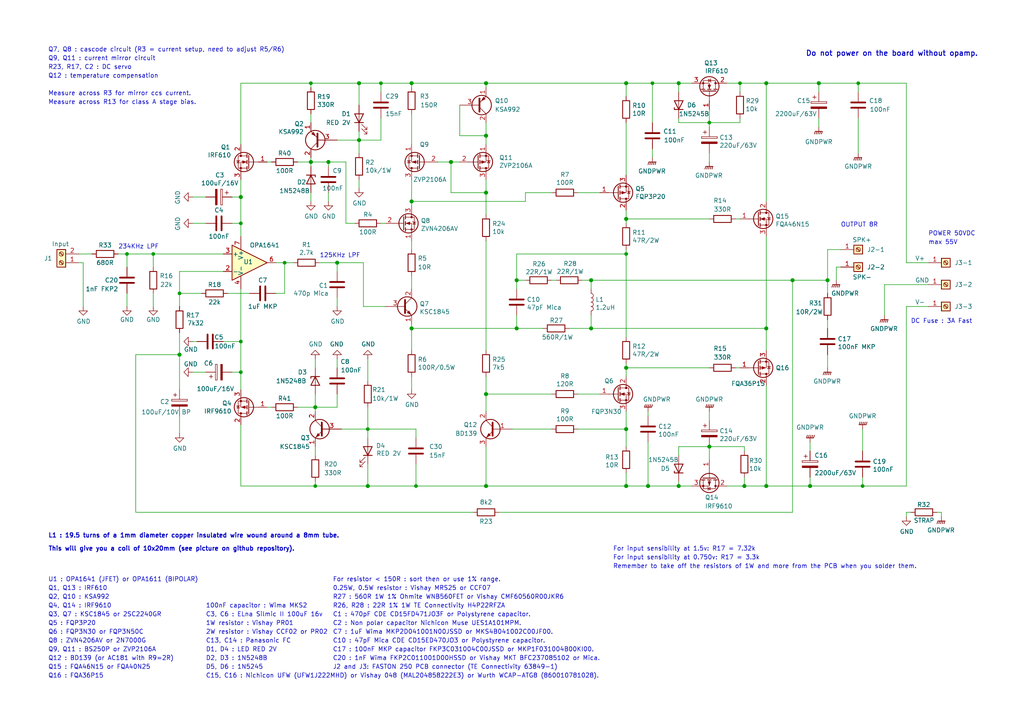
<source format=kicad_sch>
(kicad_sch (version 20211123) (generator eeschema)
  (paper "A4")
  (title_block (title "Q17-Mini Amplifier") (date "2022-08-23") (rev "1.3.7") (company "by eng. Tiberiu Vicol") (comment 1 "Modified by Stef for the Q17-Mini project") (comment 4 "Q17 a QUAD405 audiophile approach"))
  (junction (at 130.81 46.99) (diameter 1.016))
  (junction (at 187.96 140.97) (diameter 1.016))
  (junction (at 106.68 124.46))
  (junction (at 91.44 140.97))
  (junction (at 215.9 140.97) (diameter 1.016))
  (junction (at 91.44 118.11) (diameter 1.016))
  (junction (at 52.07 102.87) (diameter 1.016))
  (junction (at 205.74 35.56))
  (junction (at 149.86 95.25) (diameter 1.016))
  (junction (at 237.49 24.13) (diameter 1.016))
  (junction (at 196.85 24.13) (diameter 1.016))
  (junction (at 36.83 73.66))
  (junction (at 140.97 140.97) (diameter 1.016))
  (junction (at 196.85 140.97) (diameter 1.016))
  (junction (at 222.25 140.97) (diameter 1.016))
  (junction (at 110.49 24.13))
  (junction (at 90.17 46.99) (diameter 1.016))
  (junction (at 140.97 39.37) (diameter 1.016))
  (junction (at 250.19 140.97))
  (junction (at 52.07 85.09))
  (junction (at 120.65 140.97))
  (junction (at 234.95 140.97) (diameter 1.016))
  (junction (at 181.61 63.5) (diameter 1.016))
  (junction (at 240.03 81.28) (diameter 1.016))
  (junction (at 171.45 81.28) (diameter 1.016))
  (junction (at 95.25 46.99) (diameter 1.016))
  (junction (at 69.85 107.95))
  (junction (at 119.38 95.25) (diameter 1.016))
  (junction (at 69.85 57.15) (diameter 1.016))
  (junction (at 119.38 24.13) (diameter 1.016))
  (junction (at 97.79 76.2) (diameter 1.016))
  (junction (at 119.38 58.42) (diameter 1.016))
  (junction (at 149.86 81.28) (diameter 1.016))
  (junction (at 229.87 81.28) (diameter 1.016))
  (junction (at 248.92 24.13))
  (junction (at 82.55 76.2))
  (junction (at 205.74 129.54) (diameter 1.016))
  (junction (at 189.23 24.13))
  (junction (at 171.45 95.25) (diameter 1.016))
  (junction (at 222.25 24.13) (diameter 1.016))
  (junction (at 140.97 55.88) (diameter 1.016))
  (junction (at 214.63 24.13))
  (junction (at 106.68 140.97) (diameter 1.016))
  (junction (at 140.97 24.13) (diameter 1.016))
  (junction (at 181.61 140.97) (diameter 1.016))
  (junction (at 44.45 73.66))
  (junction (at 181.61 124.46) (diameter 1.016))
  (junction (at 104.14 24.13) (diameter 1.016))
  (junction (at 222.25 95.25) (diameter 1.016))
  (junction (at 140.97 114.3) (diameter 1.016))
  (junction (at 181.61 106.68) (diameter 1.016))
  (junction (at 181.61 73.66))
  (junction (at 104.14 40.64) (diameter 1.016))
  (junction (at 69.85 64.77))
  (junction (at 69.85 99.06))
  (junction (at 90.17 24.13))
  (junction (at 181.61 24.13) (diameter 1.016))
  (wire (pts (xy 110.49 40.64) (xy 104.14 40.64)))
  (wire (pts (xy 140.97 55.88) (xy 140.97 62.23)))
  (wire (pts (xy 181.61 72.39) (xy 181.61 73.66)))
  (wire (pts (xy 104.14 40.64) (xy 104.14 38.1)))
  (wire (pts (xy 97.79 40.64) (xy 104.14 40.64)))
  (wire (pts (xy 140.97 24.13) (xy 181.61 24.13)))
  (wire (pts (xy 140.97 24.13) (xy 119.38 24.13)))
  (wire (pts (xy 215.9 130.81) (xy 215.9 129.54)))
  (wire (pts (xy 215.9 129.54) (xy 205.74 129.54)))
  (wire (pts (xy 90.17 33.02) (xy 90.17 35.56)))
  (wire (pts (xy 205.74 119.38) (xy 205.74 121.92)))
  (wire (pts (xy 262.89 24.13) (xy 262.89 76.2)))
  (wire (pts (xy 52.07 78.74) (xy 52.07 85.09)))
  (wire (pts (xy 52.07 125.73) (xy 52.07 120.65)))
  (wire (pts (xy 111.76 64.77) (xy 110.49 64.77)))
  (wire (pts (xy 100.33 64.77) (xy 100.33 46.99)))
  (wire (pts (xy 95.25 46.99) (xy 100.33 46.99)))
  (wire (pts (xy 67.31 107.95) (xy 69.85 107.95)))
  (wire (pts (xy 24.13 76.2) (xy 24.13 88.9)))
  (wire (pts (xy 22.86 76.2) (xy 24.13 76.2)))
  (wire (pts (xy 52.07 102.87) (xy 52.07 113.03)))
  (wire (pts (xy 189.23 43.18) (xy 189.23 45.72)))
  (wire (pts (xy 64.77 99.06) (xy 69.85 99.06)))
  (wire (pts (xy 90.17 24.13) (xy 104.14 24.13)))
  (wire (pts (xy 120.65 140.97) (xy 140.97 140.97)))
  (wire (pts (xy 181.61 119.38) (xy 181.61 124.46)))
  (wire (pts (xy 181.61 124.46) (xy 181.61 129.54)))
  (wire (pts (xy 149.86 73.66) (xy 181.61 73.66)))
  (wire (pts (xy 149.86 81.28) (xy 149.86 73.66)))
  (wire (pts (xy 200.66 24.13) (xy 196.85 24.13)))
  (wire (pts (xy 262.89 88.9) (xy 262.89 140.97)))
  (wire (pts (xy 90.17 46.99) (xy 90.17 48.26)))
  (wire (pts (xy 90.17 45.72) (xy 90.17 46.99)))
  (wire (pts (xy 78.74 118.11) (xy 77.47 118.11)))
  (wire (pts (xy 22.86 73.66) (xy 26.67 73.66)))
  (wire (pts (xy 205.74 44.45) (xy 205.74 46.99)))
  (wire (pts (xy 262.89 88.9) (xy 269.24 88.9)))
  (wire (pts (xy 69.85 140.97) (xy 91.44 140.97)))
  (wire (pts (xy 240.03 72.39) (xy 240.03 81.28)))
  (wire (pts (xy 110.49 26.67) (xy 110.49 24.13)))
  (wire (pts (xy 69.85 123.19) (xy 69.85 140.97)))
  (wire (pts (xy 69.85 57.15) (xy 69.85 64.77)))
  (wire (pts (xy 55.88 57.15) (xy 59.69 57.15)))
  (wire (pts (xy 173.99 55.88) (xy 167.64 55.88)))
  (wire (pts (xy 39.37 102.87) (xy 52.07 102.87)))
  (wire (pts (xy 137.16 148.59) (xy 39.37 148.59)))
  (wire (pts (xy 39.37 148.59) (xy 39.37 102.87)))
  (wire (pts (xy 250.19 138.43) (xy 250.19 140.97)))
  (wire (pts (xy 234.95 140.97) (xy 250.19 140.97)))
  (wire (pts (xy 140.97 35.56) (xy 140.97 39.37)))
  (wire (pts (xy 152.4 81.28) (xy 149.86 81.28)))
  (wire (pts (xy 149.86 81.28) (xy 149.86 83.82)))
  (wire (pts (xy 181.61 35.56) (xy 181.61 50.8)))
  (wire (pts (xy 44.45 73.66) (xy 64.77 73.66)))
  (wire (pts (xy 55.88 107.95) (xy 59.69 107.95)))
  (wire (pts (xy 91.44 139.7) (xy 91.44 140.97)))
  (wire (pts (xy 248.92 24.13) (xy 248.92 26.67)))
  (wire (pts (xy 111.76 88.9) (xy 105.41 88.9)))
  (wire (pts (xy 105.41 88.9) (xy 105.41 76.2)))
  (wire (pts (xy 120.65 134.62) (xy 120.65 140.97)))
  (wire (pts (xy 168.91 81.28) (xy 171.45 81.28)))
  (wire (pts (xy 171.45 83.82) (xy 171.45 81.28)))
  (wire (pts (xy 160.02 81.28) (xy 161.29 81.28)))
  (wire (pts (xy 242.57 77.47) (xy 243.84 77.47)))
  (wire (pts (xy 242.57 77.47) (xy 242.57 81.28)))
  (wire (pts (xy 167.64 114.3) (xy 173.99 114.3)))
  (wire (pts (xy 140.97 114.3) (xy 160.02 114.3)))
  (wire (pts (xy 229.87 81.28) (xy 229.87 148.59)))
  (wire (pts (xy 229.87 148.59) (xy 144.78 148.59)))
  (wire (pts (xy 55.88 64.77) (xy 59.69 64.77)))
  (wire (pts (xy 171.45 91.44) (xy 171.45 95.25)))
  (wire (pts (xy 165.1 95.25) (xy 171.45 95.25)))
  (wire (pts (xy 213.36 63.5) (xy 214.63 63.5)))
  (wire (pts (xy 77.47 46.99) (xy 78.74 46.99)))
  (wire (pts (xy 262.89 140.97) (xy 250.19 140.97)))
  (wire (pts (xy 213.36 106.68) (xy 214.63 106.68)))
  (wire (pts (xy 222.25 58.42) (xy 222.25 24.13)))
  (wire (pts (xy 210.82 24.13) (xy 214.63 24.13)))
  (wire (pts (xy 181.61 24.13) (xy 189.23 24.13)))
  (wire (pts (xy 181.61 24.13) (xy 181.61 27.94)))
  (wire (pts (xy 97.79 118.11) (xy 91.44 118.11)))
  (wire (pts (xy 97.79 114.3) (xy 97.79 118.11)))
  (wire (pts (xy 215.9 138.43) (xy 215.9 140.97)))
  (wire (pts (xy 222.25 95.25) (xy 222.25 101.6)))
  (wire (pts (xy 222.25 68.58) (xy 222.25 95.25)))
  (wire (pts (xy 140.97 109.22) (xy 140.97 114.3)))
  (wire (pts (xy 44.45 73.66) (xy 44.45 77.47)))
  (wire (pts (xy 167.64 124.46) (xy 181.61 124.46)))
  (wire (pts (xy 148.59 124.46) (xy 160.02 124.46)))
  (wire (pts (xy 205.74 31.75) (xy 205.74 35.56)))
  (wire (pts (xy 187.96 120.65) (xy 187.96 119.38)))
  (wire (pts (xy 91.44 106.68) (xy 91.44 104.14)))
  (wire (pts (xy 97.79 76.2) (xy 105.41 76.2)))
  (wire (pts (xy 181.61 106.68) (xy 181.61 109.22)))
  (wire (pts (xy 181.61 105.41) (xy 181.61 106.68)))
  (wire (pts (xy 140.97 114.3) (xy 140.97 119.38)))
  (wire (pts (xy 196.85 35.56) (xy 205.74 35.56)))
  (wire (pts (xy 196.85 34.29) (xy 196.85 35.56)))
  (wire (pts (xy 248.92 34.29) (xy 248.92 44.45)))
  (wire (pts (xy 106.68 110.49) (xy 106.68 104.14)))
  (wire (pts (xy 214.63 35.56) (xy 214.63 34.29)))
  (wire (pts (xy 119.38 80.01) (xy 119.38 83.82)))
  (wire (pts (xy 119.38 69.85) (xy 119.38 72.39)))
  (wire (pts (xy 119.38 52.07) (xy 119.38 58.42)))
  (wire (pts (xy 119.38 58.42) (xy 119.38 59.69)))
  (wire (pts (xy 97.79 76.2) (xy 97.79 78.74)))
  (wire (pts (xy 92.71 76.2) (xy 97.79 76.2)))
  (wire (pts (xy 95.25 46.99) (xy 90.17 46.99)))
  (wire (pts (xy 95.25 48.26) (xy 95.25 46.99)))
  (wire (pts (xy 140.97 39.37) (xy 140.97 41.91)))
  (wire (pts (xy 149.86 91.44) (xy 149.86 95.25)))
  (wire (pts (xy 149.86 95.25) (xy 157.48 95.25)))
  (wire (pts (xy 104.14 52.07) (xy 104.14 54.61)))
  (wire (pts (xy 69.85 113.03) (xy 69.85 107.95)))
  (wire (pts (xy 181.61 106.68) (xy 205.74 106.68)))
  (wire (pts (xy 55.88 99.06) (xy 57.15 99.06)))
  (wire (pts (xy 34.29 73.66) (xy 36.83 73.66)))
  (wire (pts (xy 130.81 46.99) (xy 127 46.99)))
  (wire (pts (xy 237.49 24.13) (xy 248.92 24.13)))
  (wire (pts (xy 140.97 24.13) (xy 140.97 25.4)))
  (wire (pts (xy 69.85 99.06) (xy 69.85 107.95)))
  (wire (pts (xy 222.25 140.97) (xy 215.9 140.97)))
  (wire (pts (xy 222.25 111.76) (xy 222.25 140.97)))
  (wire (pts (xy 215.9 140.97) (xy 210.82 140.97)))
  (wire (pts (xy 187.96 140.97) (xy 181.61 140.97)))
  (wire (pts (xy 66.04 85.09) (xy 72.39 85.09)))
  (wire (pts (xy 181.61 140.97) (xy 181.61 137.16)))
  (wire (pts (xy 140.97 140.97) (xy 181.61 140.97)))
  (wire (pts (xy 140.97 129.54) (xy 140.97 140.97)))
  (wire (pts (xy 240.03 72.39) (xy 243.84 72.39)))
  (wire (pts (xy 133.35 30.48) (xy 133.35 39.37)))
  (wire (pts (xy 80.01 76.2) (xy 82.55 76.2)))
  (wire (pts (xy 106.68 118.11) (xy 106.68 124.46)))
  (wire (pts (xy 36.83 85.09) (xy 36.83 88.9)))
  (wire (pts (xy 91.44 119.38) (xy 91.44 118.11)))
  (wire (pts (xy 69.85 41.91) (xy 69.85 24.13)))
  (wire (pts (xy 69.85 24.13) (xy 90.17 24.13)))
  (wire (pts (xy 214.63 24.13) (xy 222.25 24.13)))
  (wire (pts (xy 250.19 124.46) (xy 250.19 130.81)))
  (wire (pts (xy 187.96 128.27) (xy 187.96 140.97)))
  (wire (pts (xy 52.07 96.52) (xy 52.07 102.87)))
  (wire (pts (xy 140.97 69.85) (xy 140.97 101.6)))
  (wire (pts (xy 67.31 64.77) (xy 69.85 64.77)))
  (wire (pts (xy 104.14 24.13) (xy 104.14 30.48)))
  (wire (pts (xy 90.17 25.4) (xy 90.17 24.13)))
  (wire (pts (xy 189.23 24.13) (xy 189.23 35.56)))
  (wire (pts (xy 196.85 139.7) (xy 196.85 140.97)))
  (wire (pts (xy 100.33 64.77) (xy 102.87 64.77)))
  (wire (pts (xy 140.97 55.88) (xy 130.81 55.88)))
  (wire (pts (xy 130.81 55.88) (xy 130.81 46.99)))
  (wire (pts (xy 152.4 55.88) (xy 160.02 55.88)))
  (wire (pts (xy 262.89 76.2) (xy 269.24 76.2)))
  (wire (pts (xy 119.38 109.22) (xy 119.38 113.03)))
  (wire (pts (xy 234.95 140.97) (xy 222.25 140.97)))
  (wire (pts (xy 234.95 138.43) (xy 234.95 140.97)))
  (wire (pts (xy 106.68 140.97) (xy 120.65 140.97)))
  (wire (pts (xy 205.74 35.56) (xy 214.63 35.56)))
  (wire (pts (xy 36.83 73.66) (xy 44.45 73.66)))
  (wire (pts (xy 106.68 140.97) (xy 106.68 134.62)))
  (wire (pts (xy 189.23 24.13) (xy 196.85 24.13)))
  (wire (pts (xy 36.83 77.47) (xy 36.83 73.66)))
  (wire (pts (xy 205.74 129.54) (xy 205.74 133.35)))
  (wire (pts (xy 106.68 127) (xy 106.68 124.46)))
  (wire (pts (xy 187.96 140.97) (xy 196.85 140.97)))
  (wire (pts (xy 196.85 140.97) (xy 200.66 140.97)))
  (wire (pts (xy 130.81 46.99) (xy 133.35 46.99)))
  (wire (pts (xy 229.87 81.28) (xy 240.03 81.28)))
  (wire (pts (xy 240.03 81.28) (xy 240.03 85.09)))
  (wire (pts (xy 171.45 81.28) (xy 229.87 81.28)))
  (wire (pts (xy 52.07 78.74) (xy 64.77 78.74)))
  (wire (pts (xy 110.49 34.29) (xy 110.49 40.64)))
  (wire (pts (xy 91.44 118.11) (xy 91.44 114.3)))
  (wire (pts (xy 205.74 35.56) (xy 205.74 36.83)))
  (wire (pts (xy 82.55 76.2) (xy 85.09 76.2)))
  (wire (pts (xy 152.4 55.88) (xy 152.4 58.42)))
  (wire (pts (xy 152.4 58.42) (xy 119.38 58.42)))
  (wire (pts (xy 271.78 148.59) (xy 273.05 148.59)))
  (wire (pts (xy 273.05 148.59) (xy 273.05 149.86)))
  (wire (pts (xy 262.89 148.59) (xy 264.16 148.59)))
  (wire (pts (xy 262.89 149.86) (xy 262.89 148.59)))
  (wire (pts (xy 149.86 95.25) (xy 119.38 95.25)))
  (wire (pts (xy 119.38 95.25) (xy 119.38 101.6)))
  (wire (pts (xy 86.36 118.11) (xy 91.44 118.11)))
  (wire (pts (xy 262.89 24.13) (xy 248.92 24.13)))
  (wire (pts (xy 256.54 82.55) (xy 256.54 91.44)))
  (wire (pts (xy 256.54 82.55) (xy 269.24 82.55)))
  (wire (pts (xy 181.61 60.96) (xy 181.61 63.5)))
  (wire (pts (xy 181.61 63.5) (xy 181.61 64.77)))
  (wire (pts (xy 69.85 68.58) (xy 69.85 64.77)))
  (wire (pts (xy 104.14 24.13) (xy 110.49 24.13)))
  (wire (pts (xy 171.45 95.25) (xy 222.25 95.25)))
  (wire (pts (xy 69.85 83.82) (xy 69.85 99.06)))
  (wire (pts (xy 106.68 124.46) (xy 120.65 124.46)))
  (wire (pts (xy 82.55 85.09) (xy 82.55 76.2)))
  (wire (pts (xy 80.01 85.09) (xy 82.55 85.09)))
  (wire (pts (xy 181.61 73.66) (xy 181.61 97.79)))
  (wire (pts (xy 120.65 124.46) (xy 120.65 127)))
  (wire (pts (xy 104.14 40.64) (xy 104.14 44.45)))
  (wire (pts (xy 95.25 58.42) (xy 95.25 55.88)))
  (wire (pts (xy 52.07 85.09) (xy 58.42 85.09)))
  (wire (pts (xy 196.85 132.08) (xy 196.85 129.54)))
  (wire (pts (xy 196.85 129.54) (xy 205.74 129.54)))
  (wire (pts (xy 90.17 55.88) (xy 90.17 58.42)))
  (wire (pts (xy 140.97 52.07) (xy 140.97 55.88)))
  (wire (pts (xy 44.45 85.09) (xy 44.45 88.9)))
  (wire (pts (xy 69.85 52.07) (xy 69.85 57.15)))
  (wire (pts (xy 97.79 104.14) (xy 97.79 106.68)))
  (wire (pts (xy 99.06 124.46) (xy 106.68 124.46)))
  (wire (pts (xy 240.03 102.87) (xy 240.03 106.68)))
  (wire (pts (xy 110.49 24.13) (xy 119.38 24.13)))
  (wire (pts (xy 86.36 46.99) (xy 90.17 46.99)))
  (wire (pts (xy 97.79 86.36) (xy 97.79 88.9)))
  (wire (pts (xy 240.03 92.71) (xy 240.03 95.25)))
  (wire (pts (xy 237.49 34.29) (xy 237.49 36.83)))
  (wire (pts (xy 196.85 24.13) (xy 196.85 26.67)))
  (wire (pts (xy 181.61 63.5) (xy 205.74 63.5)))
  (wire (pts (xy 119.38 93.98) (xy 119.38 95.25)))
  (wire (pts (xy 214.63 26.67) (xy 214.63 24.13)))
  (wire (pts (xy 91.44 140.97) (xy 106.68 140.97)))
  (wire (pts (xy 52.07 85.09) (xy 52.07 88.9)))
  (wire (pts (xy 234.95 130.81) (xy 234.95 128.27)))
  (wire (pts (xy 119.38 33.02) (xy 119.38 41.91)))
  (wire (pts (xy 140.97 39.37) (xy 133.35 39.37)))
  (wire (pts (xy 222.25 24.13) (xy 237.49 24.13)))
  (wire (pts (xy 237.49 26.67) (xy 237.49 24.13)))
  (wire (pts (xy 67.31 57.15) (xy 69.85 57.15)))
  (wire (pts (xy 91.44 132.08) (xy 91.44 129.54)))
  (wire (pts (xy 119.38 24.13) (xy 119.38 25.4)))
  (text "max 55V" (at 269.24 71.12 0) (effects (font (size 1.27 1.27)) (justify left bottom)))
  (text "C7 : 1uF Wima MKP2D041001N00JSSD or MKS4B041002C00JF00." (at 96.52 184.15 0) (effects (font (size 1.27 1.27)) (justify left bottom)))
  (text "C20 : 1nF Wima FKP2C011001D00HSSD or Vishay MKT BFC237085102 or Mica." (at 96.52 191.77 0) (effects (font (size 1.27 1.27)) (justify left bottom)))
  (text "Q9, Q11 : current mirror circuit" (at 13.97 17.78 0) (effects (font (size 1.27 1.27)) (justify left bottom)))
  (text "R23, R17, C2 : DC servo" (at 13.97 20.32 0) (effects (font (size 1.27 1.27)) (justify left bottom)))
  (text "This will give you a coil of 10x20mm (see picture on github repository)." (at 13.97 160.02 0) (effects (font (size 1.27 1.27) (thickness 0.254) bold) (justify left bottom)))
  (text "Q12 : BD139 (or AC181 with R9=2R)" (at 13.97 191.77 0) (effects (font (size 1.27 1.27)) (justify left bottom)))
  (text "125KHz LPF" (at 92.71 74.93 0) (effects (font (size 1.27 1.27)) (justify left bottom)))
  (text "R27 : 560R 1W 1% Ohmite WNB560FET or Vishay CMF60560R00JKR6" (at 96.52 173.99 0) (effects (font (size 1.27 1.27)) (justify left bottom)))
  (text "Measure across R3 for mirror ccs current." (at 13.97 27.94 0) (effects (font (size 1.27 1.27)) (justify left bottom)))
  (text "C17 : 100nF MKP capacitor FKP3C031004C00JSSD or MKP1F031004B00KI00." (at 96.52 189.23 0) (effects (font (size 1.27 1.27)) (justify left bottom)))
  (text "0.25W, 0.5W resistor : Vishay MRS25 or CCF07" (at 96.52 171.45 0) (effects (font (size 1.27 1.27)) (justify left bottom)))
  (text "Q7, Q8 : cascode circuit (R3 = current setup, need to adjust R5/R6)" (at 13.97 15.24 0) (effects (font (size 1.27 1.27)) (justify left bottom)))
  (text "Q9, Q11 : BS250P or ZVP2106A" (at 13.97 189.23 0) (effects (font (size 1.27 1.27)) (justify left bottom)))
  (text "D2, D3 : 1N5248B" (at 59.69 191.77 0) (effects (font (size 1.27 1.27)) (justify left bottom)))
  (text "For input sensibility at 1.5v: R17 = 7.32k" (at 177.8 160.02 0) (effects (font (size 1.27 1.27)) (justify left bottom)))
  (text "Q15 : FQA46N15 or FQA40N25" (at 13.97 194.31 0) (effects (font (size 1.27 1.27)) (justify left bottom)))
  (text "For resistor < 150R : sort then or use 1% range." (at 96.52 168.91 0) (effects (font (size 1.27 1.27)) (justify left bottom)))
  (text "Remember to take off the resistors of 1W and more from the PCB when you solder them." (at 177.8 165.1 0) (effects (font (size 1.27 1.27)) (justify left bottom)))
  (text "L1 : 19.5 turns of a 1mm diameter copper insulated wire wound around a 8mm tube." (at 13.97 156.21 0) (effects (font (size 1.27 1.27) (thickness 0.254) bold) (justify left bottom)))
  (text "C13, C14 : Panasonic FC " (at 59.69 186.69 0) (effects (font (size 1.27 1.27)) (justify left bottom)))
  (text "R26, R28 : 22R 1% 1W TE Connectivity H4P22RFZA" (at 96.52 176.53 0) (effects (font (size 1.27 1.27)) (justify left bottom)))
  (text "C10 : 47pF Mica CDE CD15ED470JO3 or Polystyrene capacitor." (at 96.52 186.69 0) (effects (font (size 1.27 1.27)) (justify left bottom)))
  (text "OUTPUT 8R" (at 243.84 66.04 0) (effects (font (size 1.27 1.27)) (justify left bottom)))
  (text "C2 : Non polar capacitor Nichicon Muse UES1A101MPM." (at 96.52 181.61 0) (effects (font (size 1.27 1.27)) (justify left bottom)))
  (text "Q4, Q14 : IRF9610" (at 13.97 176.53 0) (effects (font (size 1.27 1.27)) (justify left bottom)))
  (text "DC Fuse : 3A Fast" (at 264.16 93.98 0) (effects (font (size 1.27 1.27)) (justify left bottom)))
  (text "J2 and J3: FASTON 250 PCB connector (TE Connectivity 63849-1)" (at 96.52 194.31 0) (effects (font (size 1.27 1.27)) (justify left bottom)))
  (text "Q5 : FQP3P20" (at 13.97 181.61 0) (effects (font (size 1.27 1.27)) (justify left bottom)))
  (text "234KHz LPF" (at 34.29 72.39 0) (effects (font (size 1.27 1.27)) (justify left bottom)))
  (text "Q16 : FQA36P15" (at 13.97 196.85 0) (effects (font (size 1.27 1.27)) (justify left bottom)))
  (text "Q6 : FQP3N30 or FQP3N50C" (at 13.97 184.15 0) (effects (font (size 1.27 1.27)) (justify left bottom)))
  (text "Q2, Q10 : KSA992" (at 13.97 173.99 0) (effects (font (size 1.27 1.27)) (justify left bottom)))
  (text "C15, C16 : Nichicon UFW (UFW1J222MHD) or Vishay 048 (MAL204858222E3) or Wurth WCAP-ATG8 (860010781028)." (at 59.69 196.85 0) (effects (font (size 1.27 1.27)) (justify left bottom)))
  (text "Q12 : temperature compensation" (at 13.97 22.86 0) (effects (font (size 1.27 1.27)) (justify left bottom)))
  (text "Q1, Q13 : IRF610" (at 13.97 171.45 0) (effects (font (size 1.27 1.27)) (justify left bottom)))
  (text "D1, D4 : LED RED 2V" (at 59.69 189.23 0) (effects (font (size 1.27 1.27)) (justify left bottom)))
  (text "Measure across R13 for class A stage bias." (at 13.97 30.48 0) (effects (font (size 1.27 1.27)) (justify left bottom)))
  (text "100nF capacitor : Wima MKS2" (at 59.69 176.53 0) (effects (font (size 1.27 1.27)) (justify left bottom)))
  (text "U1 : OPA1641 (JFET) or OPA1611 (BIPOLAR)" (at 13.97 168.91 0) (effects (font (size 1.27 1.27)) (justify left bottom)))
  (text "Q3, Q7 : KSC1845 or 2SC2240GR" (at 13.97 179.07 0) (effects (font (size 1.27 1.27)) (justify left bottom)))
  (text "POWER 50VDC" (at 269.24 68.58 0) (effects (font (size 1.27 1.27)) (justify left bottom)))
  (text "C1 : 470pF CDE CD15FD471JO3F or Polystyrene capacitor." (at 96.52 179.07 0) (effects (font (size 1.27 1.27)) (justify left bottom)))
  (text "1W resistor : Vishay PR01" (at 59.69 181.61 0) (effects (font (size 1.27 1.27)) (justify left bottom)))
  (text "D5, D6 : 1N5245" (at 59.69 194.31 0) (effects (font (size 1.27 1.27)) (justify left bottom)))
  (text "2W resistor : Vishay CCF02 or PR02" (at 59.69 184.15 0) (effects (font (size 1.27 1.27)) (justify left bottom)))
  (text "C3, C6 : ELna Silmic II 100uF 16v" (at 59.69 179.07 0) (effects (font (size 1.27 1.27)) (justify left bottom)))
  (text "Do not power on the board without opamp." (at 233.68 16.51 0) (effects (font (size 1.5 1.5) (thickness 0.254) bold) (justify left bottom)))
  (text "For input sensibility at 0.750v: R17 = 3.3k" (at 177.8 162.56 0) (effects (font (size 1.27 1.27)) (justify left bottom)))
  (text "Q8 : ZVN4206AV or 2N7000G" (at 13.97 186.69 0) (effects (font (size 1.27 1.27)) (justify left bottom)))
  (symbol (lib_id "power:GND") (at 55.88 57.15 270) (unit 1)
    (property "Reference" "#PWR0111" (effects hide))
    (property "Value" "GND" (at 51.5556 57.2643 0))
  )
  (symbol (lib_id "Device:R") (at 30.48 73.66 270) (mirror x) (unit 1)
    (property "Reference" "R33" (at 30.48 71.12 90))
    (property "Value" "680R" (at 30.48 76.2 90))
    (property "Footprint" "Resistor_THT:R_Axial_DIN0207_L6.3mm_D2.5mm_P10.16mm_Horizontal" (effects hide))
    (property "Part#" "MRS25000C6800FCT00" (effects hide))
  )
  (symbol (lib_id "Device:R") (at 181.61 133.35 0) (unit 1)
    (property "Reference" "R13" (at 175.514 132.588 0) (effects (justify left)))
    (property "Value" "10R" (at 175.514 134.8867 0) (effects (justify left)))
    (property "Footprint" "Resistor_THT:R_Axial_DIN0207_L6.3mm_D2.5mm_P10.16mm_Horizontal" (effects hide))
    (property "Part#" "MRS25000C1009FCT00" (effects hide))
  )
  (symbol (lib_id "Device:Q_PNP_ECB") (at 138.43 30.48 0) (mirror x) (unit 1)
    (property "Reference" "Q10" (at 143.51 29.2099 0) (effects (justify left)))
    (property "Value" "KSA992" (at 143.51 31.7499 0) (effects (justify left)))
    (property "Footprint" "Package_TO_SOT_THT:TO-92_Inline_Wide" (effects hide))
    (property "Part#" "KSA992FBTA" (effects hide))
  )
  (symbol (lib_id "Device:C") (at 60.96 99.06 90) (unit 1)
    (property "Reference" "C5" (at 63.5 97.79 90))
    (property "Value" "100nF" (at 65.2658 100.4056 90))
    (property "Footprint" "Capacitor_THT:C_Rect_L7.2mm_W2.5mm_P5.00mm_FKS2_FKP2_MKS2_MKP2" (effects hide))
    (property "Spice_Primitive" "C" (effects hide))
    (property "Spice_Model" "100n" (effects hide))
    (property "Spice_Netlist_Enabled" "Y" (effects hide))
    (property "Part#" "MKS2D031001A00KSSD" (effects hide))
  )
  (symbol (lib_id "Device:R") (at 240.03 88.9 0) (unit 1)
    (property "Reference" "R31" (at 234.5931 87.9307 0) (effects (justify left)))
    (property "Value" "10R/2W" (at 230.7831 90.4707 0) (effects (justify left)))
    (property "Footprint" "Resistor_THT:R_Axial_DIN0411_L9.9mm_D3.6mm_P15.24mm_Horizontal" (effects hide))
    (property "Part#" "PR02000201009JR500" (effects hide))
  )
  (symbol (lib_id "power:GND") (at 55.88 107.95 270) (unit 1)
    (property "Reference" "#PWR0129" (effects hide))
    (property "Value" "GND" (at 55.3399 105.5834 90))
  )
  (symbol (lib_id "power:GND") (at 52.07 125.73 0) (unit 1)
    (property "Reference" "#PWR0107" (effects hide))
    (property "Value" "GND" (at 52.1843 130.0544 0))
  )
  (symbol (lib_id "Device:R") (at 88.9 76.2 90) (unit 1)
    (property "Reference" "R1" (at 88.9 70.9738 90))
    (property "Value" "2.7k" (at 88.9 73.2725 90))
    (property "Footprint" "Resistor_THT:R_Axial_DIN0207_L6.3mm_D2.5mm_P10.16mm_Horizontal" (effects hide))
    (property "Part#" "MRS25000C2701FCT00" (effects hide))
  )
  (symbol (lib_id "power:GNDPWR") (at 205.74 119.38 180) (unit 1)
    (property "Reference" "#PWR0121" (effects hide))
    (property "Value" "GNDPWR" (at 205.74 115.824 0))
  )
  (symbol (lib_id "Connector:Screw_Terminal_01x01") (at 248.92 77.47 0) (unit 1)
    (property "Reference" "J2-2" (at 251.46 77.47 0) (effects (justify left)))
    (property "Value" "SPK-" (at 247.2875 80.371 0) (effects (justify left)))
    (property "Footprint" "Q17_Library:Faston_Connector_63849-1_TEC" (effects hide))
    (property "Part#" "TE Connectivity 63849-1" (effects hide))
  )
  (symbol (lib_id "Device:C") (at 187.96 124.46 0) (unit 1)
    (property "Reference" "C12" (at 190.8811 123.6991 0) (effects (justify left)))
    (property "Value" "100nF" (at 190.8811 125.9978 0) (effects (justify left)))
    (property "Footprint" "Capacitor_THT:C_Rect_L7.2mm_W2.5mm_P5.00mm_FKS2_FKP2_MKS2_MKP2" (effects hide))
    (property "Datasheet" "https://ro.mouser.com/datasheet/2/212/1/KEM_F3101_R82-1103738.pdf" (effects hide))
    (property "Spice_Primitive" "C" (effects hide))
    (property "Spice_Model" "100n" (effects hide))
    (property "Spice_Netlist_Enabled" "Y" (effects hide))
    (property "Part#" "MKS2D031001A00KSSD" (effects hide))
  )
  (symbol (lib_id "Device:R") (at 181.61 68.58 0) (unit 1)
    (property "Reference" "R11" (at 183.3881 67.4306 0) (effects (justify left)))
    (property "Value" "47R/2W" (at 183.3881 69.7293 0) (effects (justify left)))
    (property "Footprint" "Resistor_THT:R_Axial_DIN0411_L9.9mm_D3.6mm_P12.70mm_Horizontal" (effects hide))
    (property "Part#" "CCF0247R0JKE36" (effects hide))
  )
  (symbol (lib_id "Device:R") (at 163.83 124.46 90) (unit 1)
    (property "Reference" "R9" (at 163.83 119.2338 90))
    (property "Value" "100R" (at 163.83 121.533 90))
    (property "Footprint" "Resistor_THT:R_Axial_DIN0207_L6.3mm_D2.5mm_P10.16mm_Horizontal" (effects hide))
    (property "Part#" "MRS25000C1000FC100" (effects hide))
  )
  (symbol (lib_id "Device:R") (at 106.68 114.3 0) (mirror x) (unit 1)
    (property "Reference" "R21" (at 107.95 113.03 0) (effects (justify left)))
    (property "Value" "10k/1W" (at 107.95 115.57 0) (effects (justify left)))
    (property "Footprint" "Resistor_THT:R_Axial_DIN0207_L6.3mm_D2.5mm_P10.16mm_Horizontal" (effects hide))
    (property "Part#" "PR01000101002JR500" (effects hide))
  )
  (symbol (lib_id "Device:LED") (at 104.14 34.29 90) (unit 1)
    (property "Reference" "D1" (at 99.06 33.02 90) (effects (justify right)))
    (property "Value" "RED 2V" (at 94.5029 35.5599 90) (effects (justify right)))
    (property "Footprint" "LED_THT:LED_D5.0mm" (effects hide))
    (property "Part#" "TLHR5400" (effects hide))
  )
  (symbol (lib_id "Device:Q_NPN_ECB") (at 93.98 124.46 0) (mirror y) (unit 1)
    (property "Reference" "Q3" (at 89.916 127 0) (effects (justify left)))
    (property "Value" "KSC1845" (at 89.916 129.54 0) (effects (justify left)))
    (property "Footprint" "Package_TO_SOT_THT:TO-92_Inline_Wide" (effects hide))
    (property "Part#" "KSC1845FTA" (effects hide))
  )
  (symbol (lib_id "Device:C_Polarized") (at 234.95 134.62 0) (unit 1)
    (property "Reference" "C16" (at 236.22 132.08 0) (effects (justify left)))
    (property "Value" "2200uF/63V" (at 236.22 137.16 0) (effects (justify left)))
    (property "Footprint" "Capacitor_THT:CP_Radial_D18.0mm_P7.50mm" (effects hide))
    (property "Part#" "MAL204858222E3" (effects hide))
  )
  (symbol (lib_id "Device:R") (at 209.55 106.68 90) (unit 1)
    (property "Reference" "R15" (at 210.82 101.092 90) (effects (justify left)))
    (property "Value" "330R" (at 212.09 103.632 90) (effects (justify left)))
    (property "Footprint" "Resistor_THT:R_Axial_DIN0207_L6.3mm_D2.5mm_P10.16mm_Horizontal" (effects hide))
    (property "Part#" "MRS25000C3300FC1" (effects hide))
  )
  (symbol (lib_id "power:GNDPWR") (at 187.96 119.38 180) (unit 1)
    (property "Reference" "#PWR0120" (effects hide))
    (property "Value" "GNDPWR" (at 190.5 115.824 0))
  )
  (symbol (lib_id "Device:C") (at 189.23 39.37 180) (unit 1)
    (property "Reference" "C11" (at 194.31 38.1 0))
    (property "Value" "100nF" (at 195.58 40.64 0))
    (property "Footprint" "Capacitor_THT:C_Rect_L7.2mm_W2.5mm_P5.00mm_FKS2_FKP2_MKS2_MKP2" (effects hide))
    (property "Datasheet" "https://ro.mouser.com/datasheet/2/212/1/KEM_F3101_R82-1103738.pdf" (effects hide))
    (property "Spice_Primitive" "C" (effects hide))
    (property "Spice_Model" "100n" (effects hide))
    (property "Spice_Netlist_Enabled" "Y" (effects hide))
    (property "Part#" "MKS2D031001A00KSSD" (effects hide))
  )
  (symbol (lib_id "power:GND") (at 44.45 88.9 0) (unit 1)
    (property "Reference" "#PWR0115" (effects hide))
    (property "Value" "GND" (at 44.45 92.71 0))
  )
  (symbol (lib_id "power:GND") (at 262.89 149.86 0) (unit 1)
    (property "Reference" "#PWR0124" (effects hide))
    (property "Value" "GND" (at 263.0043 154.1844 0))
  )
  (symbol (lib_id "power:GNDPWR") (at 256.54 91.44 0) (unit 1)
    (property "Reference" "#PWR0128" (effects hide))
    (property "Value" "GNDPWR" (at 256.413 95.358 0))
  )
  (symbol (lib_id "Device:C") (at 95.25 52.07 180) (unit 1)
    (property "Reference" "C9" (at 97.79 49.53 0))
    (property "Value" "100nF" (at 96.52 54.61 0))
    (property "Footprint" "Capacitor_THT:C_Rect_L7.2mm_W2.5mm_P5.00mm_FKS2_FKP2_MKS2_MKP2" (effects hide))
    (property "Datasheet" "https://ro.mouser.com/datasheet/2/212/1/KEM_F3101_R82-1103738.pdf" (effects hide))
    (property "Spice_Primitive" "C" (effects hide))
    (property "Spice_Model" "100n" (effects hide))
    (property "Spice_Netlist_Enabled" "Y" (effects hide))
    (property "Part#" "MKS2D031001A00KSSD" (effects hide))
  )
  (symbol (lib_id "power:GND") (at 24.13 88.9 0) (unit 1)
    (property "Reference" "#PWR0114" (effects hide))
    (property "Value" "GND" (at 24.2443 93.2244 0))
  )
  (symbol (lib_id "Device:C_Polarized") (at 63.5 107.95 90) (unit 1)
    (property "Reference" "C6" (at 60.4721 105.363 90))
    (property "Value" "100uF/16V" (at 62.484 112.776 90))
    (property "Footprint" "Capacitor_THT:CP_Radial_D10.0mm_P5.00mm" (effects hide))
    (property "Part#" "Elna Silmic II RFS-16V101MH3#5" (effects hide))
  )
  (symbol (lib_id "Transistor_FET:VP0610L") (at 121.92 46.99 180) (unit 1)
    (property "Reference" "Q9" (at 124.46 41.91 0) (effects (justify left)))
    (property "Value" "ZVP2106A" (at 129.54 52.07 0) (effects (justify left)))
    (property "Footprint" "Package_TO_SOT_THT:TO-92S_Wide" (effects hide))
    (property "Datasheet" "http://www.vishay.com/docs/70209/70209.pdf" (effects hide))
    (property "Part#" "ZVP2106A" (effects hide))
  )
  (symbol (lib_id "Device:LED") (at 106.68 130.81 270) (mirror x) (unit 1)
    (property "Reference" "D4" (at 111.76 129.286 90) (effects (justify right)))
    (property "Value" "RED 2V" (at 116.3248 131.5054 90) (effects (justify right)))
    (property "Footprint" "LED_THT:LED_D5.0mm" (effects hide))
    (property "Part#" "TLHR5400" (effects hide))
  )
  (symbol (lib_id "Device:R") (at 209.55 63.5 90) (unit 1)
    (property "Reference" "R14" (at 210.82 58.166 90) (effects (justify left)))
    (property "Value" "330R" (at 212.09 60.706 90) (effects (justify left)))
    (property "Footprint" "Resistor_THT:R_Axial_DIN0207_L6.3mm_D2.5mm_P10.16mm_Horizontal" (effects hide))
    (property "Part#" "MRS25000C3300FC1" (effects hide))
  )
  (symbol (lib_id "Device:R") (at 44.45 81.28 180) (unit 1)
    (property "Reference" "R16" (at 48.26 80.01 0))
    (property "Value" "22k" (at 48.26 82.55 0))
    (property "Footprint" "Resistor_THT:R_Axial_DIN0207_L6.3mm_D2.5mm_P10.16mm_Horizontal" (effects hide))
    (property "Part#" "MRS25000C2202FCT00" (effects hide))
  )
  (symbol (lib_id "Device:R") (at 181.61 31.75 0) (unit 1)
    (property "Reference" "R10" (at 183.3881 30.6006 0) (effects (justify left)))
    (property "Value" "10R" (at 183.3881 32.8993 0) (effects (justify left)))
    (property "Footprint" "Resistor_THT:R_Axial_DIN0207_L6.3mm_D2.5mm_P10.16mm_Horizontal" (effects hide))
    (property "Part#" "MRS25000C1009FCT00" (effects hide))
  )
  (symbol (lib_id "power:GNDPWR") (at 234.95 128.27 180) (unit 1)
    (property "Reference" "#PWR0125" (effects hide))
    (property "Value" "GNDPWR" (at 234.95 123.952 0))
  )
  (symbol (lib_id "Device:R") (at 156.21 81.28 90) (unit 1)
    (property "Reference" "R26" (at 156.3556 76.5684 90))
    (property "Value" "22R/1W" (at 156.3556 78.8671 90))
    (property "Footprint" "Resistor_THT:R_Axial_DIN0411_L9.9mm_D3.6mm_P12.70mm_Horizontal" (effects hide))
    (property "Part#" "H4P22RFZA" (effects hide))
  )
  (symbol (lib_id "Device:D_Zener") (at 196.85 30.48 90) (unit 1)
    (property "Reference" "D6" (at 201.93 30.48 90) (effects (justify left)))
    (property "Value" "1N5245B" (at 205.74 33.02 90) (effects (justify left)))
    (property "Footprint" "Diode_THT:D_DO-35_SOD27_P7.62mm_Horizontal" (effects hide))
    (property "Datasheet" "https://www.mouser.fr/ProductDetail/512-1N5245BTR" (effects hide))
    (property "Part#" "1N5245BTR" (effects hide))
  )
  (symbol (lib_id "Device:R") (at 62.23 85.09 90) (unit 1)
    (property "Reference" "R18" (at 62.23 82.55 90))
    (property "Value" "22k" (at 62.23 87.63 90))
    (property "Footprint" "Resistor_THT:R_Axial_DIN0207_L6.3mm_D2.5mm_P10.16mm_Horizontal" (effects hide))
    (property "Part#" "MRS25000C2202FCT00" (effects hide))
  )
  (symbol (lib_id "power:GND") (at 36.83 88.9 0) (unit 1)
    (property "Reference" "#PWR0113" (effects hide))
    (property "Value" "GND" (at 36.83 92.71 0))
  )
  (symbol (lib_id "power:GNDPWR") (at 237.49 36.83 0) (unit 1)
    (property "Reference" "#PWR0118" (effects hide))
    (property "Value" "GNDPWR" (at 237.49 41.148 0))
  )
  (symbol (lib_id "Device:Q_NPN_ECB") (at 116.84 88.9 0) (unit 1)
    (property "Reference" "Q7" (at 121.6915 88.1391 0) (effects (justify left)))
    (property "Value" "KSC1845" (at 121.6915 90.4378 0) (effects (justify left)))
    (property "Footprint" "Package_TO_SOT_THT:TO-92_Inline_Wide" (effects hide))
    (property "Part#" "KSC1845FTA" (effects hide))
  )
  (symbol (lib_id "Device:Q_NMOS_GDS") (at 219.71 63.5 0) (unit 1)
    (property "Reference" "Q15" (at 224.9171 62.7391 0) (effects (justify left)))
    (property "Value" "FQA46N15" (at 224.9171 65.0378 0) (effects (justify left)))
    (property "Footprint" "Package_TO_SOT_THT:TO-3P-3_Vertical" (effects hide))
    (property "Part#" "FQA46N15" (effects hide))
  )
  (symbol (lib_id "Device:C_Polarized") (at 205.74 40.64 0) (unit 1)
    (property "Reference" "C13" (at 208.6611 39.8791 0) (effects (justify left)))
    (property "Value" "220uF/63V" (at 208.6611 42.1778 0) (effects (justify left)))
    (property "Footprint" "Capacitor_THT:CP_Radial_D12.5mm_P5.00mm" (effects hide))
    (property "Part#" "Panasonic FC EEU-FC1J221S" (effects hide))
  )
  (symbol (lib_id "Device:L") (at 171.45 87.63 0) (unit 1)
    (property "Reference" "L1" (at 172.7201 86.8691 0) (effects (justify left)))
    (property "Value" "1.2uH" (at 172.7201 89.1678 0) (effects (justify left)))
    (property "Footprint" "Q17_Library:L_Axial_L22mm_D10mm_P21mm_vertical_Q17_Mini" (effects hide))
    (property "Part#" "19.5 turns of a 1mm diameter copper insulated wire wound around a 8mm tube." (effects hide))
  )
  (symbol (lib_id "Device:R") (at 90.17 29.21 0) (unit 1)
    (property "Reference" "R19" (at 91.9481 28.0606 0) (effects (justify left)))
    (property "Value" "330R" (at 91.948 30.359 0) (effects (justify left)))
    (property "Footprint" "Resistor_THT:R_Axial_DIN0207_L6.3mm_D2.5mm_P10.16mm_Horizontal" (effects hide))
    (property "Part#" "MRS25000C3300FC1" (effects hide))
  )
  (symbol (lib_id "Device:C_Polarized") (at 52.07 116.84 0) (unit 1)
    (property "Reference" "C2" (at 46.4082 116.5306 0) (effects (justify left)))
    (property "Value" "100uF/10V BP" (at 40.9765 119.518 0) (effects (justify left)))
    (property "Footprint" "Capacitor_THT:CP_Radial_D10.0mm_P5.00mm" (effects hide))
    (property "Part#" "UES1A101MPM" (effects hide))
  )
  (symbol (lib_id "Device:R") (at 161.29 95.25 90) (unit 1)
    (property "Reference" "R27" (at 161.3688 92.9397 90))
    (property "Value" "560R/1W" (at 161.6861 97.8047 90))
    (property "Footprint" "Resistor_THT:R_Axial_DIN0411_L9.9mm_D3.6mm_P12.70mm_Horizontal" (effects hide))
    (property "Part#" "WNB560FET" (effects hide))
  )
  (symbol (lib_id "Device:R") (at 181.61 101.6 0) (unit 1)
    (property "Reference" "R12" (at 183.3881 100.4506 0) (effects (justify left)))
    (property "Value" "47R/2W" (at 183.3881 102.7493 0) (effects (justify left)))
    (property "Footprint" "Resistor_THT:R_Axial_DIN0411_L9.9mm_D3.6mm_P12.70mm_Horizontal" (effects hide))
    (property "Part#" "CCF0247R0JKE36" (effects hide))
  )
  (symbol (lib_id "Device:C") (at 97.79 82.55 0) (unit 1)
    (property "Reference" "C1" (at 92.456 82.804 0) (effects (justify left)))
    (property "Value" "470p Mica" (at 85.09 85.09 0) (effects (justify left)))
    (property "Footprint" "Q17_Library:C_Mica_v2_L11.4mm_W4.3mm_H9.1_P5.9mm_mix" (effects hide))
    (property "Part#" "CD15FD471JO3F" (effects hide))
  )
  (symbol (lib_id "Device:R") (at 104.14 48.26 0) (unit 1)
    (property "Reference" "R2" (at 105.9181 47.1106 0) (effects (justify left)))
    (property "Value" "10k/1W" (at 105.918 49.409 0) (effects (justify left)))
    (property "Footprint" "Resistor_THT:R_Axial_DIN0207_L6.3mm_D2.5mm_P10.16mm_Horizontal" (effects hide))
    (property "Part#" "PR01000101002JR500" (effects hide))
  )
  (symbol (lib_id "power:GND") (at 90.17 58.42 0) (unit 1)
    (property "Reference" "#PWR0110" (effects hide))
    (property "Value" "GND" (at 90.2843 62.7444 0))
  )
  (symbol (lib_id "Device:R") (at 214.63 30.48 0) (unit 1)
    (property "Reference" "R29" (at 216.2783 29.264 0) (effects (justify left)))
    (property "Value" "10k" (at 216.2005 31.5986 0) (effects (justify left)))
    (property "Footprint" "Resistor_THT:R_Axial_DIN0207_L6.3mm_D2.5mm_P10.16mm_Horizontal" (effects hide))
    (property "Part#" "MRS25000C1002FCT00" (effects hide))
  )
  (symbol (lib_id "Device:C_Polarized") (at 205.74 125.73 0) (unit 1)
    (property "Reference" "C14" (at 208.6611 124.9691 0) (effects (justify left)))
    (property "Value" "220uF/63V" (at 208.6611 127.2678 0) (effects (justify left)))
    (property "Footprint" "Capacitor_THT:CP_Radial_D12.5mm_P5.00mm" (effects hide))
    (property "Part#" "Panasonic FC EEU-FC1J221S" (effects hide))
  )
  (symbol (lib_id "Device:R") (at 163.83 55.88 90) (unit 1)
    (property "Reference" "R7" (at 163.83 50.6538 90))
    (property "Value" "100R" (at 163.83 52.9525 90))
    (property "Footprint" "Resistor_THT:R_Axial_DIN0207_L6.3mm_D2.5mm_P10.16mm_Horizontal" (effects hide))
    (property "Part#" "MRS25000C1000FC100" (effects hide))
  )
  (symbol (lib_id "Device:C") (at 149.86 87.63 0) (unit 1)
    (property "Reference" "C10" (at 152.7811 86.8691 0) (effects (justify left)))
    (property "Value" "47pF Mica" (at 152.7811 89.1678 0) (effects (justify left)))
    (property "Footprint" "Q17_Library:C_Mica_v2_L11.4mm_W4.3mm_H9.1_P5.9mm_mix" (effects hide))
    (property "Part#" "CD15ED470JO3" (effects hide))
  )
  (symbol (lib_id "Device:R") (at 82.55 118.11 90) (unit 1)
    (property "Reference" "R41" (at 82.55 115.57 90))
    (property "Value" "100R" (at 82.55 120.65 90))
    (property "Footprint" "Resistor_THT:R_Axial_DIN0207_L6.3mm_D2.5mm_P10.16mm_Horizontal" (effects hide))
    (property "Part#" "MRS25000C1000FC100" (effects hide))
  )
  (symbol (lib_id "Device:C") (at 36.83 81.28 180) (unit 1)
    (property "Reference" "C20" (at 34.29 81.28 0) (effects (justify left)))
    (property "Value" "1nF FKP2" (at 34.29 83.82 0) (effects (justify left)))
    (property "Footprint" "Q17_Library:C_Mica_v2_L11.4mm_W4.3mm_H9.1_P5.9mm_mix" (effects hide))
    (property "Part#" "FKP2D011001D00JSSD" (effects hide))
  )
  (symbol (lib_id "Device:R") (at 106.68 64.77 90) (unit 1)
    (property "Reference" "R4" (at 106.68 62.23 90))
    (property "Value" "100R" (at 106.68 67.31 90))
    (property "Footprint" "Resistor_THT:R_Axial_DIN0207_L6.3mm_D2.5mm_P10.16mm_Horizontal" (effects hide))
    (property "Part#" "MRS25000C1000FC100" (effects hide))
  )
  (symbol (lib_id "Device:C_Polarized") (at 237.49 30.48 0) (unit 1)
    (property "Reference" "C15" (at 231.14 29.21 0) (effects (justify left)))
    (property "Value" "2200uF/63V" (at 224.79 33.02 0) (effects (justify left)))
    (property "Footprint" "Capacitor_THT:CP_Radial_D18.0mm_P7.50mm" (effects hide))
    (property "Part#" "MAL204858222E3" (effects hide))
  )
  (symbol (lib_id "Device:R") (at 163.83 114.3 90) (unit 1)
    (property "Reference" "R8" (at 163.83 109.0738 90))
    (property "Value" "120R" (at 163.83 111.3725 90))
    (property "Footprint" "Resistor_THT:R_Axial_DIN0207_L6.3mm_D2.5mm_P10.16mm_Horizontal" (effects hide))
    (property "Part#" "MRS25000C1200FCT" (effects hide))
  )
  (symbol (lib_id "power:GNDPWR") (at 273.05 149.86 0) (unit 1)
    (property "Reference" "#PWR0123" (effects hide))
    (property "Value" "GNDPWR" (at 272.923 153.778 0))
  )
  (symbol (lib_id "Device:R") (at 119.38 76.2 0) (unit 1)
    (property "Reference" "R5" (at 121.158 74.9299 0) (effects (justify left)))
    (property "Value" "10R" (at 121.158 77.4699 0) (effects (justify left)))
    (property "Footprint" "Resistor_THT:R_Axial_DIN0207_L6.3mm_D2.5mm_P10.16mm_Horizontal" (effects hide))
    (property "Part#" "MRS25000C1009FCT00" (effects hide))
  )
  (symbol (lib_id "Device:R") (at 52.07 92.71 180) (unit 1)
    (property "Reference" "R17" (at 55.88 91.44 0))
    (property "Value" "7k32" (at 56.7302 93.7195 0))
    (property "Footprint" "Resistor_THT:R_Axial_DIN0207_L6.3mm_D2.5mm_P10.16mm_Horizontal" (effects hide))
    (property "Part#" "MF1/4CCT52R7321F" (effects hide))
  )
  (symbol (lib_id "Connector:Screw_Terminal_01x02") (at 17.78 76.2 180) (unit 1)
    (property "Reference" "J1" (at 13.97 74.93 0))
    (property "Value" "Input" (at 17.526 70.7475 0))
    (property "Footprint" "TerminalBlock_Phoenix:TerminalBlock_Phoenix_PT-1,5-2-5.0-H_1x02_P5.00mm_Horizontal" (effects hide))
    (property "Part#" "Terminal Block KF128 5mm 2P" (effects hide))
  )
  (symbol (lib_id "Device:C") (at 120.65 130.81 0) (unit 1)
    (property "Reference" "C30" (at 124.46 129.5399 0) (effects (justify left)))
    (property "Value" "15nF" (at 124.46 132.0799 0) (effects (justify left)))
    (property "Footprint" "Capacitor_SMD:C_1206_3216Metric" (effects hide))
    (property "Part#" "C3216NP01H153J060AA" (effects hide))
  )
  (symbol (lib_id "Device:R") (at 215.9 134.62 0) (unit 1)
    (property "Reference" "R30" (at 217.236 133.6118 0) (effects (justify left)))
    (property "Value" "10k" (at 217.2359 135.9102 0) (effects (justify left)))
    (property "Footprint" "Resistor_THT:R_Axial_DIN0207_L6.3mm_D2.5mm_P10.16mm_Horizontal" (effects hide))
    (property "Part#" "MRS25000C1002FCT00" (effects hide))
  )
  (symbol (lib_id "Device:R") (at 119.38 29.21 0) (mirror y) (unit 1)
    (property "Reference" "R3" (at 124.46 27.94 0) (effects (justify left)))
    (property "Value" "150R" (at 127 30.48 0) (effects (justify left)))
    (property "Footprint" "Resistor_THT:R_Axial_DIN0207_L6.3mm_D2.5mm_P10.16mm_Horizontal" (effects hide))
    (property "Part#" "MRS25000C1500FCT00" (effects hide))
  )
  (symbol (lib_id "Device:C") (at 76.2 85.09 90) (unit 1)
    (property "Reference" "C7" (at 76.2 81.28 90))
    (property "Value" "1uF MKP" (at 76.2 88.9 90))
    (property "Footprint" "Q17_Library:C_Rect_L7.2mm_W11.0mm_P5.00mm_MKP2_Custom" (effects hide))
    (property "Spice_Primitive" "C" (effects hide))
    (property "Spice_Model" "100n" (effects hide))
    (property "Spice_Netlist_Enabled" "Y" (effects hide))
    (property "Part#" "MKP2D041001N00JSSD" (effects hide))
  )
  (symbol (lib_id "Device:R") (at 140.97 105.41 0) (unit 1)
    (property "Reference" "R25" (at 142.7481 104.2606 0) (effects (justify left)))
    (property "Value" "7k5" (at 142.748 106.559 0) (effects (justify left)))
    (property "Footprint" "Resistor_THT:R_Axial_DIN0207_L6.3mm_D2.5mm_P10.16mm_Horizontal" (effects hide))
    (property "Part#" "MRS25000C7501FCT00" (effects hide))
  )
  (symbol (lib_id "Transistor_FET:2N7000") (at 116.84 64.77 0) (unit 1)
    (property "Reference" "Q8" (at 122.0471 64.0091 0) (effects (justify left)))
    (property "Value" "ZVN4206AV" (at 122.0471 66.3078 0) (effects (justify left)))
    (property "Footprint" "Package_TO_SOT_THT:TO-92S_Wide" (effects hide))
    (property "Datasheet" "https://www.onsemi.com/pub/Collateral/NDS7002A-D.PDF" (effects hide))
    (property "Part#" "ZVN4206AV" (effects hide))
  )
  (symbol (lib_id "Device:Q_NMOS_GDS") (at 179.07 114.3 0) (unit 1)
    (property "Reference" "Q6" (at 175.26 110.49 0) (effects (justify left)))
    (property "Value" "FQP3N30" (at 171.45 119.38 0) (effects (justify left)))
    (property "Footprint" "Package_TO_SOT_THT:TO-220-3_Vertical" (effects hide))
    (property "Part#" "FQP3N30" (effects hide))
  )
  (symbol (lib_id "power:GND") (at 104.14 54.61 0) (unit 1)
    (property "Reference" "#PWR0102" (effects hide))
    (property "Value" "GND" (at 104.2543 58.9344 0))
  )
  (symbol (lib_id "power:GNDPWR") (at 205.74 46.99 0) (unit 1)
    (property "Reference" "#PWR0116" (effects hide))
    (property "Value" "GNDPWR" (at 205.613 50.908 0))
  )
  (symbol (lib_id "Device:Q_PMOS_GDS") (at 72.39 118.11 180) (unit 1)
    (property "Reference" "Q4" (at 67.1829 116.9606 0) (effects (justify left)))
    (property "Value" "IRF9610" (at 67.1829 119.2593 0) (effects (justify left)))
    (property "Footprint" "Package_TO_SOT_THT:TO-220-3_Vertical" (effects hide))
    (property "Part#" "IRF9610PBF" (effects hide))
  )
  (symbol (lib_id "power:GND") (at 55.88 99.06 270) (unit 1)
    (property "Reference" "#PWR0112" (effects hide))
    (property "Value" "GND" (at 55.372 101.346 90))
  )
  (symbol (lib_id "Device:R") (at 119.38 105.41 0) (unit 1)
    (property "Reference" "R6" (at 121.1581 104.2606 0) (effects (justify left)))
    (property "Value" "100R/0.5W" (at 121.158 106.559 0) (effects (justify left)))
    (property "Footprint" "Resistor_THT:R_Axial_DIN0207_L6.3mm_D2.5mm_P10.16mm_Horizontal" (effects hide))
    (property "Part#" "MRS25000C1000FC100" (effects hide))
  )
  (symbol (lib_id "power:GND") (at 91.44 104.14 0) (mirror x) (unit 1)
    (property "Reference" "#PWR0104" (effects hide))
    (property "Value" "GND" (at 91.5543 99.8156 0))
  )
  (symbol (lib_id "power:GNDPWR") (at 240.03 106.68 0) (unit 1)
    (property "Reference" "#PWR0122" (effects hide))
    (property "Value" "GNDPWR" (at 239.903 110.598 0))
  )
  (symbol (lib_id "Device:C_Polarized") (at 63.5 57.15 270) (unit 1)
    (property "Reference" "C3" (at 63.754 50.8 90))
    (property "Value" "100uF/16V" (at 63.754 53.0987 90))
    (property "Footprint" "Capacitor_THT:CP_Radial_D10.0mm_P5.00mm" (effects hide))
    (property "Part#" "Elna Silmic II RFS-16V101MH3#5" (effects hide))
  )
  (symbol (lib_id "Device:C") (at 110.49 30.48 0) (unit 1)
    (property "Reference" "C29" (at 111.76 27.94 0) (effects (justify left)))
    (property "Value" "15nF" (at 111.76 33.02 0) (effects (justify left)))
    (property "Footprint" "Capacitor_SMD:C_1206_3216Metric" (effects hide))
    (property "Part#" "C3216NP01H153J060AA" (effects hide))
  )
  (symbol (lib_id "power:GNDPWR") (at 189.23 45.72 0) (unit 1)
    (property "Reference" "#PWR0117" (effects hide))
    (property "Value" "GNDPWR" (at 189.103 49.638 0))
  )
  (symbol (lib_id "Device:R") (at 140.97 66.04 0) (unit 1)
    (property "Reference" "R24" (at 142.7481 64.8906 0) (effects (justify left)))
    (property "Value" "10k" (at 142.748 67.189 0) (effects (justify left)))
    (property "Footprint" "Resistor_THT:R_Axial_DIN0207_L6.3mm_D2.5mm_P10.16mm_Horizontal" (effects hide))
    (property "Part#" "MRS25000C1002FCT00" (effects hide))
  )
  (symbol (lib_id "power:GNDPWR") (at 242.57 81.28 0) (unit 1)
    (property "Reference" "#PWR0127" (effects hide))
    (property "Value" "GNDPWR" (at 245.11 85.09 0))
  )
  (symbol (lib_id "Device:Q_PMOS_GDS") (at 179.07 55.88 0) (mirror x) (unit 1)
    (property "Reference" "Q5" (at 184.2771 54.7306 0) (effects (justify left)))
    (property "Value" "FQP3P20" (at 184.2771 57.0293 0) (effects (justify left)))
    (property "Footprint" "Package_TO_SOT_THT:TO-220-3_Vertical" (effects hide))
    (property "Part#" "FQP3P20" (effects hide))
  )
  (symbol (lib_id "Device:Q_NMOS_GDS") (at 205.74 26.67 270) (mirror x) (unit 1)
    (property "Reference" "Q13" (at 204.216 18.2753 90) (effects (justify left)))
    (property "Value" "IRF610" (at 204.47 20.574 90) (effects (justify left)))
    (property "Footprint" "Package_TO_SOT_THT:TO-220-3_Vertical" (effects hide))
    (property "Part#" "IRF610PBF" (effects hide))
  )
  (symbol (lib_id "Connector:Screw_Terminal_01x01") (at 274.32 82.55 0) (unit 1)
    (property "Reference" "J3-2" (at 276.86 82.55 0) (effects (justify left)))
    (property "Value" "GND" (at 265.43 81.28 0) (effects (justify left)))
    (property "Footprint" "Q17_Library:Faston_Connector_63849-1_TEC" (effects hide))
    (property "Part#" "TE Connectivity 63849-1" (effects hide))
  )
  (symbol (lib_id "power:GND") (at 106.68 104.14 0) (mirror x) (unit 1)
    (property "Reference" "#PWR0105" (effects hide))
    (property "Value" "GND" (at 106.7943 99.8156 0))
  )
  (symbol (lib_id "Device:D_Zener") (at 196.85 135.89 90) (unit 1)
    (property "Reference" "D5" (at 194.31 135.89 90) (effects (justify left)))
    (property "Value" "1N5245B" (at 196.85 133.35 90) (effects (justify left)))
    (property "Footprint" "Diode_THT:D_DO-35_SOD27_P7.62mm_Horizontal" (effects hide))
    (property "Part#" "1N5245B" (effects hide))
  )
  (symbol (lib_id "power:GNDPWR") (at 250.19 124.46 180) (unit 1)
    (property "Reference" "#PWR0126" (effects hide))
    (property "Value" "GNDPWR" (at 250.19 120.65 0))
  )
  (symbol (lib_id "power:GND") (at 97.79 88.9 0) (unit 1)
    (property "Reference" "#PWR0101" (effects hide))
    (property "Value" "GND" (at 97.9043 93.2244 0))
  )
  (symbol (lib_id "Device:R") (at 82.55 46.99 90) (unit 1)
    (property "Reference" "R40" (at 82.55 44.45 90))
    (property "Value" "100R" (at 82.55 49.53 90))
    (property "Footprint" "Resistor_THT:R_Axial_DIN0207_L6.3mm_D2.5mm_P10.16mm_Horizontal" (effects hide))
    (property "Part#" "MRS25000C1000FC100" (effects hide))
  )
  (symbol (lib_id "Device:R") (at 91.44 135.89 0) (mirror x) (unit 1)
    (property "Reference" "R20" (at 93.98 134.62 0) (effects (justify left)))
    (property "Value" "330R" (at 93.98 137.16 0) (effects (justify left)))
    (property "Footprint" "Resistor_THT:R_Axial_DIN0207_L6.3mm_D2.5mm_P10.16mm_Horizontal" (effects hide))
    (property "Part#" "MRS25000C3300FC1" (effects hide))
  )
  (symbol (lib_id "Device:Q_PNP_ECB") (at 92.71 40.64 180) (unit 1)
    (property "Reference" "Q2" (at 88.1466 35.9259 0) (effects (justify left)))
    (property "Value" "KSA992" (at 88.1466 38.2246 0) (effects (justify left)))
    (property "Footprint" "Package_TO_SOT_THT:TO-92_Inline_Wide" (effects hide))
    (property "Part#" "KSA992FBTA" (effects hide))
  )
  (symbol (lib_id "Device:C") (at 97.79 110.49 0) (unit 1)
    (property "Reference" "C8" (at 100.076 104.902 0))
    (property "Value" "100nF" (at 101.8527 107.3592 0))
    (property "Footprint" "Capacitor_THT:C_Rect_L7.2mm_W2.5mm_P5.00mm_FKS2_FKP2_MKS2_MKP2" (effects hide))
    (property "Datasheet" "https://ro.mouser.com/datasheet/2/212/1/KEM_F3101_R82-1103738.pdf" (effects hide))
    (property "Spice_Primitive" "C" (effects hide))
    (property "Spice_Model" "100n" (effects hide))
    (property "Spice_Netlist_Enabled" "Y" (effects hide))
    (property "Part#" "MKS2D031001A00KSSD" (effects hide))
  )
  (symbol (lib_id "Device:Q_NMOS_GDS") (at 72.39 46.99 0) (mirror y) (unit 1)
    (property "Reference" "Q1" (at 66.802 42.672 0) (effects (justify left)))
    (property "Value" "IRF610" (at 67.056 44.9707 0) (effects (justify left)))
    (property "Footprint" "Package_TO_SOT_THT:TO-220-3_Vertical" (effects hide))
    (property "Part#" "IRF610PBF" (effects hide))
  )
  (symbol (lib_id "power:GND") (at 95.25 58.42 0) (unit 1)
    (property "Reference" "#PWR0108" (effects hide))
    (property "Value" "GND" (at 95.3643 62.7444 0))
  )
  (symbol (lib_id "Device:Q_PMOS_GDS") (at 205.74 138.43 270) (unit 1)
    (property "Reference" "Q14" (at 204.47 144.272 90) (effects (justify left)))
    (property "Value" "IRF9610" (at 204.47 146.812 90) (effects (justify left)))
    (property "Footprint" "Package_TO_SOT_THT:TO-220-3_Vertical" (effects hide))
    (property "Part#" "IRF9610PBF" (effects hide))
  )
  (symbol (lib_id "power:GND") (at 55.88 64.77 270) (unit 1)
    (property "Reference" "#PWR0109" (effects hide))
    (property "Value" "GND" (at 51.5556 64.8843 0))
  )
  (symbol (lib_id "Connector:Screw_Terminal_01x01") (at 274.32 88.9 0) (unit 1)
    (property "Reference" "J3-3" (at 276.86 88.9 0) (effects (justify left)))
    (property "Value" "V-" (at 265.43 87.63 0) (effects (justify left)))
    (property "Footprint" "Q17_Library:Faston_Connector_63849-1_TEC" (effects hide))
    (property "Part#" "TE Connectivity 63849-1" (effects hide))
  )
  (symbol (lib_id "power:GND") (at 119.38 113.03 0) (unit 1)
    (property "Reference" "#PWR0103" (effects hide))
    (property "Value" "GND" (at 119.4943 117.3544 0))
  )
  (symbol (lib_id "Amplifier_Operational:OPA1641") (at 72.39 76.2 0) (unit 1)
    (property "Reference" "U1" (at 70.612 75.946 0) (effects (justify left)))
    (property "Value" "OPA1641" (at 72.39 71.12 0) (effects (justify left)))
    (property "Footprint" "Package_SO:SOIC-8_3.9x4.9mm_P1.27mm" (effects hide))
    (property "Datasheet" "http://www.ti.com/lit/ds/symlink/opa1641.pdf" (effects hide))
    (property "Part#" "OPA1641AID" (effects hide))
  )
  (symbol (lib_id "power:GND") (at 97.79 104.14 180) (unit 1)
    (property "Reference" "#PWR0106" (effects hide))
    (property "Value" "GND" (at 97.6757 99.8156 0))
  )
  (symbol (lib_id "Device:C") (at 248.92 30.48 180) (unit 1)
    (property "Reference" "C18" (at 254 29.21 0))
    (property "Value" "100nF" (at 255.27 31.75 0))
    (property "Footprint" "Capacitor_THT:C_Rect_L7.2mm_W2.5mm_P5.00mm_FKS2_FKP2_MKS2_MKP2" (effects hide))
    (property "Datasheet" "https://ro.mouser.com/datasheet/2/212/1/KEM_F3101_R82-1103738.pdf" (effects hide))
    (property "Spice_Primitive" "C" (effects hide))
    (property "Spice_Model" "100n" (effects hide))
    (property "Spice_Netlist_Enabled" "Y" (effects hide))
    (property "Part#" "MKS2D031001A00KSSD" (effects hide))
  )
  (symbol (lib_id "Connector:Screw_Terminal_01x01") (at 248.92 72.39 0) (unit 1)
    (property "Reference" "J2-1" (at 251.46 72.39 0) (effects (justify left)))
    (property "Value" "SPK+" (at 247.2243 69.5605 0) (effects (justify left)))
    (property "Footprint" "Q17_Library:Faston_Connector_63849-1_TEC" (effects hide))
    (property "Part#" "TE Connectivity 63849-1" (effects hide))
  )
  (symbol (lib_id "Device:D_Zener") (at 91.44 110.49 90) (mirror x) (unit 1)
    (property "Reference" "D3" (at 86.36 107.95 90) (effects (justify right)))
    (property "Value" "1N5248B" (at 80.01 110.49 90) (effects (justify right)))
    (property "Footprint" "Diode_THT:D_DO-35_SOD27_P7.62mm_Horizontal" (effects hide))
    (property "Datasheet" "https://www.mouser.fr/ProductDetail/512-1N5248B" (effects hide))
    (property "Part#" "1N5248B" (effects hide))
  )
  (symbol (lib_id "Device:Q_NPN_BCE") (at 143.51 124.46 0) (mirror y) (unit 1)
    (property "Reference" "Q12" (at 138.43 123.1899 0) (effects (justify left)))
    (property "Value" "BD139" (at 138.43 125.7299 0) (effects (justify left)))
    (property "Footprint" "Q17_Library:Q12_BD139" (effects hide))
    (property "Part#" "BD139" (effects hide))
  )
  (symbol (lib_id "Transistor_FET:VP0610L") (at 138.43 46.99 0) (mirror x) (unit 1)
    (property "Reference" "Q11" (at 144.78 45.7199 0) (effects (justify left)))
    (property "Value" "ZVP2106A" (at 144.78 48.006 0) (effects (justify left)))
    (property "Footprint" "Package_TO_SOT_THT:TO-92S_Wide" (effects hide))
    (property "Datasheet" "http://www.vishay.com/docs/70209/70209.pdf" (effects hide))
    (property "Part#" "ZVP2106A" (effects hide))
  )
  (symbol (lib_id "Device:C") (at 63.5 64.77 90) (unit 1)
    (property "Reference" "C4" (at 63.5 60.96 90))
    (property "Value" "100nF" (at 63.5 68.58 90))
    (property "Footprint" "Capacitor_THT:C_Rect_L7.2mm_W2.5mm_P5.00mm_FKS2_FKP2_MKS2_MKP2" (effects hide))
    (property "Spice_Primitive" "C" (effects hide))
    (property "Spice_Model" "100n" (effects hide))
    (property "Spice_Netlist_Enabled" "Y" (effects hide))
    (property "Part#" "MKS2D031001A00KSSD" (effects hide))
  )
  (symbol (lib_id "power:GNDPWR") (at 248.92 44.45 0) (unit 1)
    (property "Reference" "#PWR0119" (effects hide))
    (property "Value" "GNDPWR" (at 248.92 48.26 0))
  )
  (symbol (lib_id "Device:D_Zener") (at 90.17 52.07 270) (unit 1)
    (property "Reference" "D2" (at 86.106 52.832 90) (effects (justify left)))
    (property "Value" "1N5248B" (at 80.9983 55.3446 90) (effects (justify left)))
    (property "Footprint" "Diode_THT:D_DO-35_SOD27_P7.62mm_Horizontal" (effects hide))
    (property "Part#" "1N5248B" (effects hide))
  )
  (symbol (lib_id "Device:R") (at 140.97 148.59 90) (unit 1)
    (property "Reference" "R23" (at 140.97 151.2378 90))
    (property "Value" "8k2" (at 140.97 145.6625 90))
    (property "Footprint" "Resistor_THT:R_Axial_DIN0207_L6.3mm_D2.5mm_P10.16mm_Horizontal" (effects hide))
    (property "Part#" "MRS25000C8201FCT" (effects hide))
  )
  (symbol (lib_id "Device:C") (at 250.19 134.62 180) (unit 1)
    (property "Reference" "C19" (at 253.1111 133.8591 0) (effects (justify right)))
    (property "Value" "100nF" (at 253.1111 136.1578 0) (effects (justify right)))
    (property "Footprint" "Capacitor_THT:C_Rect_L7.2mm_W2.5mm_P5.00mm_FKS2_FKP2_MKS2_MKP2" (effects hide))
    (property "Datasheet" "https://ro.mouser.com/datasheet/2/212/1/KEM_F3101_R82-1103738.pdf" (effects hide))
    (property "Spice_Primitive" "C" (effects hide))
    (property "Spice_Model" "100n" (effects hide))
    (property "Spice_Netlist_Enabled" "Y" (effects hide))
    (property "Part#" "MKS2D031001A00KSSD" (effects hide))
  )
  (symbol (lib_id "Device:R") (at 165.1 81.28 90) (unit 1)
    (property "Reference" "R28" (at 165.3661 76.4626 90))
    (property "Value" "22R/1W" (at 165.3661 78.7613 90))
    (property "Footprint" "Resistor_THT:R_Axial_DIN0411_L9.9mm_D3.6mm_P12.70mm_Horizontal" (effects hide))
    (property "Part#" "H4P22RFZA" (effects hide))
  )
  (symbol (lib_id "Connector:Screw_Terminal_01x01") (at 274.32 76.2 0) (unit 1)
    (property "Reference" "J3-1" (at 276.86 76.2 0) (effects (justify left)))
    (property "Value" "V+" (at 265.43 74.93 0) (effects (justify left)))
    (property "Footprint" "Q17_Library:Faston_Connector_63849-1_TEC" (effects hide))
    (property "Part#" "TE Connectivity 63849-1" (effects hide))
  )
  (symbol (lib_id "Device:R") (at 267.97 148.59 90) (unit 1)
    (property "Reference" "R32" (at 269.8898 146.3749 90) (effects (justify left)))
    (property "Value" "STRAP" (at 271.0339 150.951 90) (effects (justify left)))
    (property "Footprint" "Resistor_THT:R_Axial_DIN0207_L6.3mm_D2.5mm_P10.16mm_Horizontal" (effects hide))
    (property "Part#" "MRS25000C1009FCT00" (effects hide))
  )
  (symbol (lib_id "Device:Q_PMOS_GDS") (at 219.71 106.68 0) (mirror x) (unit 1)
    (property "Reference" "Q16" (at 224.966 106.7001 0) (effects (justify left)))
    (property "Value" "FQA36P15" (at 212.09 111.252 0) (effects (justify left)))
    (property "Footprint" "Package_TO_SOT_THT:TO-3P-3_Vertical" (effects hide))
    (property "Part#" "FQA36P15" (effects hide))
  )
  (symbol (lib_id "Device:C") (at 240.03 99.06 0) (unit 1)
    (property "Reference" "C17" (at 242.9511 98.2991 0) (effects (justify left)))
    (property "Value" "100nF MKP" (at 242.9511 100.5978 0) (effects (justify left)))
    (property "Footprint" "Capacitor_THT:C_Rect_L18.0mm_W7.0mm_P15.00mm_FKS3_FKP3" (effects hide))
    (property "Part#" "FKP3D031004D00JF00" (effects hide))
  )
)
</source>
